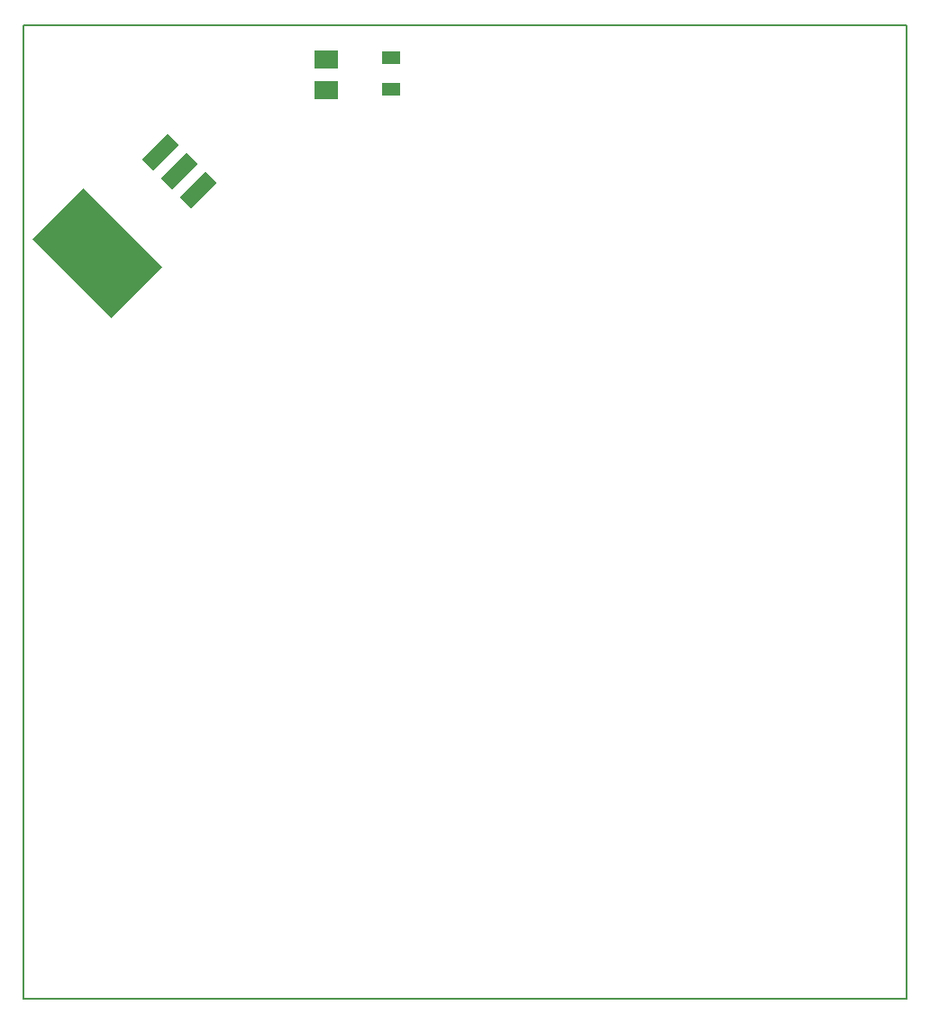
<source format=gbr>
G04 PROTEUS GERBER X2 FILE*
%TF.GenerationSoftware,Labcenter,Proteus,8.15-SP1-Build34318*%
%TF.CreationDate,2023-08-09T10:16:53+00:00*%
%TF.FileFunction,Paste,Top*%
%TF.FilePolarity,Positive*%
%TF.Part,Single*%
%TF.SameCoordinates,{0049c899-80f1-4e30-9ba5-08a3a9b55963}*%
%FSLAX45Y45*%
%MOMM*%
G01*
%AMPPAD037*
4,1,4,
0.709440,1.733190,
1.733190,0.709440,
-0.709440,-1.733190,
-1.733190,-0.709440,
0.709440,1.733190,
0*%
%TA.AperFunction,Material*%
%ADD43PPAD037*%
%AMPPAD038*
4,1,4,
6.115550,-1.302140,
1.302140,-6.115550,
-6.115550,1.302140,
-1.302140,6.115550,
6.115550,-1.302140,
0*%
%ADD44PPAD038*%
%TA.AperFunction,Material*%
%ADD58R,2.260600X1.803400*%
%ADD59R,1.803400X1.143000*%
%TA.AperFunction,Profile*%
%ADD27C,0.203200*%
%TD.AperFunction*%
D43*
X+1024012Y+7525341D03*
X+844407Y+7704946D03*
X+664802Y+7884551D03*
D44*
X+73660Y+6934200D03*
D58*
X+2228304Y+8756278D03*
X+2228304Y+8466278D03*
D59*
X+2837467Y+8473972D03*
X+2837467Y+8773972D03*
D27*
X-619760Y-63500D02*
X+7683500Y-63500D01*
X+7683500Y+9080500D01*
X-619760Y+9080500D01*
X-619760Y-63500D01*
M02*

</source>
